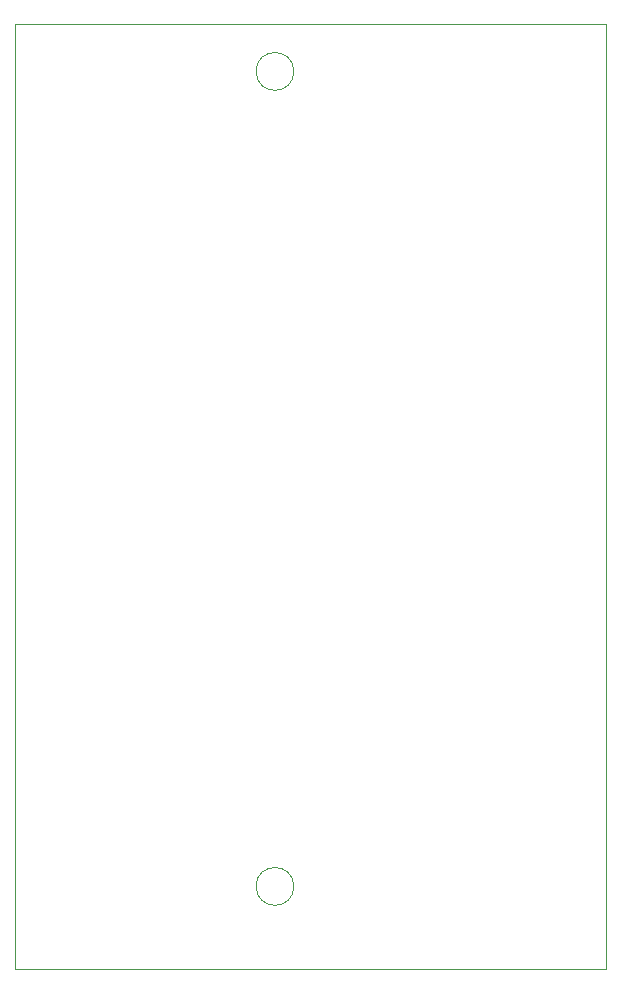
<source format=gm1>
G04 #@! TF.GenerationSoftware,KiCad,Pcbnew,8.0.8*
G04 #@! TF.CreationDate,2025-01-26T13:14:25+09:00*
G04 #@! TF.ProjectId,SyncBoard,53796e63-426f-4617-9264-2e6b69636164,rev?*
G04 #@! TF.SameCoordinates,Original*
G04 #@! TF.FileFunction,Profile,NP*
%FSLAX46Y46*%
G04 Gerber Fmt 4.6, Leading zero omitted, Abs format (unit mm)*
G04 Created by KiCad (PCBNEW 8.0.8) date 2025-01-26 13:14:25*
%MOMM*%
%LPD*%
G01*
G04 APERTURE LIST*
G04 #@! TA.AperFunction,Profile*
%ADD10C,0.050000*%
G04 #@! TD*
G04 APERTURE END LIST*
D10*
X103600000Y-103000000D02*
G75*
G02*
X100400000Y-103000000I-1600000J0D01*
G01*
X100400000Y-103000000D02*
G75*
G02*
X103600000Y-103000000I1600000J0D01*
G01*
X103600000Y-34000000D02*
G75*
G02*
X100400000Y-34000000I-1600000J0D01*
G01*
X100400000Y-34000000D02*
G75*
G02*
X103600000Y-34000000I1600000J0D01*
G01*
X80000000Y-30000000D02*
X130000000Y-30000000D01*
X130000000Y-110000000D01*
X80000000Y-110000000D01*
X80000000Y-30000000D01*
M02*

</source>
